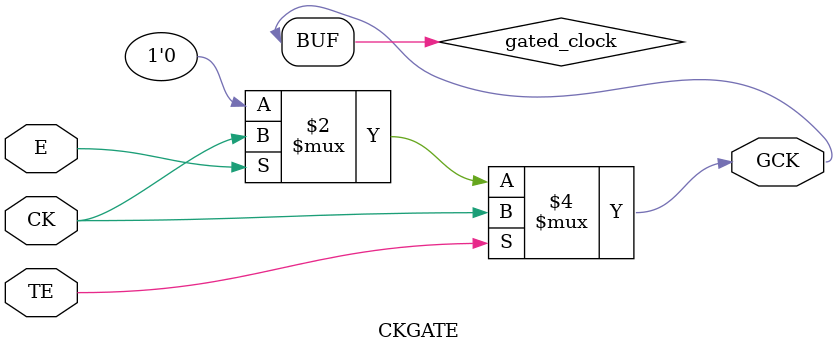
<source format=v>
module CKGATE (
    input  TE,  // Test Enable (active high)
    input  E,   // Enable (active high)
    input  CK,  // Input Clock
    output GCK  // Gated Clock
);

    // Internal signal to store the gated clock value
    reg gated_clock;

    // Clock gating logic
    always @(*) begin
        if (TE) begin
            // Test mode: bypass clock gating
            gated_clock = CK;
        end else begin
            // Normal operation: gate the clock based on enable signal
            gated_clock = E ? CK : 1'b0;
        end
    end

    // Assign the gated clock to the output
    assign GCK = gated_clock;

endmodule

</source>
